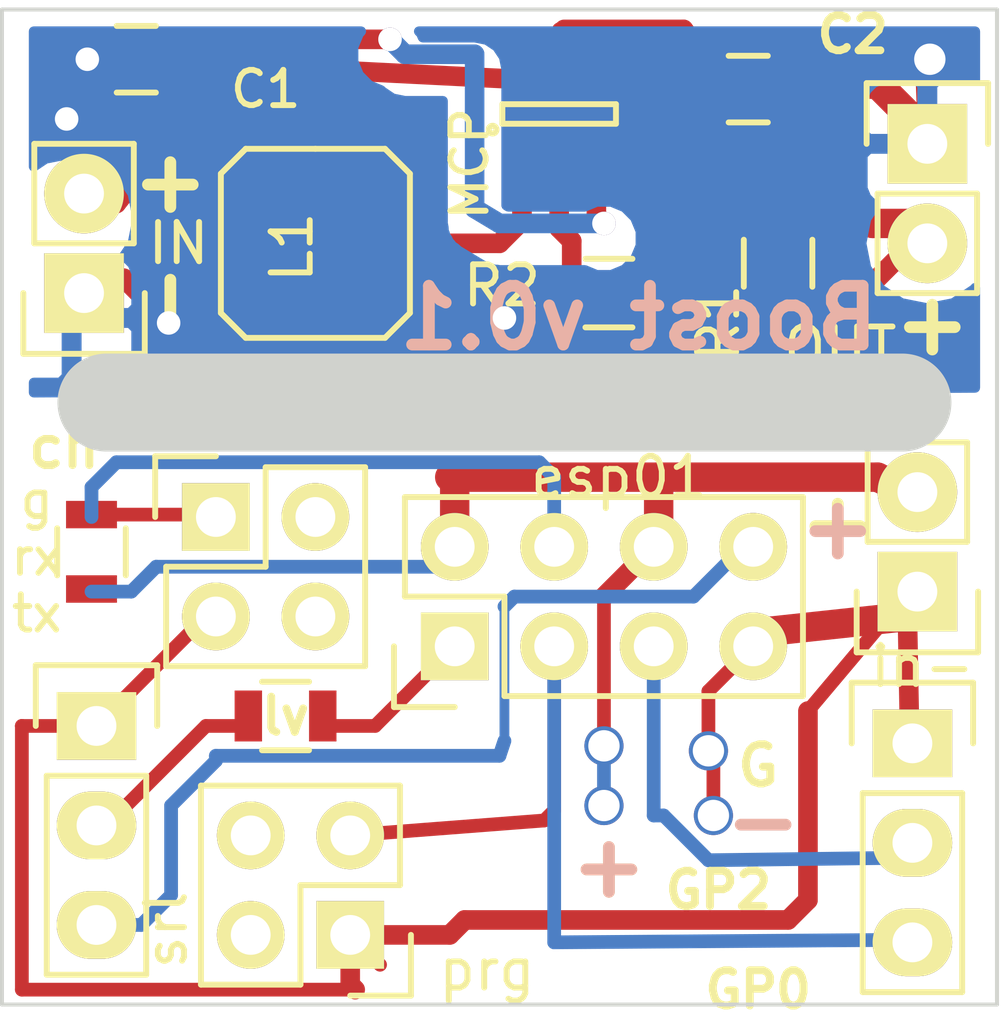
<source format=kicad_pcb>
(kicad_pcb (version 4) (host pcbnew "(after 2015-may-25 BZR unknown)-product")

  (general
    (links 15)
    (no_connects 0)
    (area 18.231713 15.725 59.619287 43.687501)
    (thickness 1.6)
    (drawings 19)
    (tracks 159)
    (zones 0)
    (modules 16)
    (nets 6)
  )

  (page A4 portrait)
  (layers
    (0 F.Cu signal)
    (31 B.Cu signal)
    (32 B.Adhes user)
    (33 F.Adhes user)
    (34 B.Paste user)
    (35 F.Paste user)
    (36 B.SilkS user)
    (37 F.SilkS user)
    (38 B.Mask user)
    (39 F.Mask user)
    (40 Dwgs.User user)
    (41 Cmts.User user)
    (42 Eco1.User user)
    (43 Eco2.User user)
    (44 Edge.Cuts user)
    (45 Margin user)
    (46 B.CrtYd user)
    (47 F.CrtYd user)
    (48 B.Fab user)
    (49 F.Fab user)
  )

  (setup
    (last_trace_width 0.75)
    (user_trace_width 0.25)
    (user_trace_width 0.35)
    (user_trace_width 0.5)
    (user_trace_width 0.75)
    (user_trace_width 1)
    (user_trace_width 1.5)
    (user_trace_width 2)
    (trace_clearance 0.2)
    (zone_clearance 0.508)
    (zone_45_only no)
    (trace_min 0.2)
    (segment_width 0.2)
    (edge_width 0.1)
    (via_size 1)
    (via_drill 0.8)
    (via_min_size 0.4)
    (via_min_drill 0.3)
    (user_via 0.4 0.2)
    (user_via 0.6 0.4)
    (user_via 0.8 0.6)
    (user_via 1 0.8)
    (user_via 1.2 1)
    (uvia_size 0.3)
    (uvia_drill 0.1)
    (uvias_allowed no)
    (uvia_min_size 0.2)
    (uvia_min_drill 0.1)
    (pcb_text_width 0.3)
    (pcb_text_size 1.5 1.5)
    (mod_edge_width 0.15)
    (mod_text_size 1 1)
    (mod_text_width 0.15)
    (pad_size 1.5 1.5)
    (pad_drill 0.6)
    (pad_to_mask_clearance 0)
    (aux_axis_origin 0 0)
    (grid_origin 22.86 43.18)
    (visible_elements 7FFFFF7F)
    (pcbplotparams
      (layerselection 0x010f0_80000001)
      (usegerberextensions false)
      (excludeedgelayer true)
      (linewidth 0.100000)
      (plotframeref false)
      (viasonmask false)
      (mode 1)
      (useauxorigin false)
      (hpglpennumber 1)
      (hpglpenspeed 20)
      (hpglpendiameter 15)
      (hpglpenoverlay 2)
      (psnegative false)
      (psa4output false)
      (plotreference true)
      (plotvalue true)
      (plotinvisibletext false)
      (padsonsilk false)
      (subtractmaskfromsilk false)
      (outputformat 1)
      (mirror false)
      (drillshape 0)
      (scaleselection 1)
      (outputdirectory C:/Users/Public/Documents/Altium/kicad/boost-1cell/plots/))
  )

  (net 0 "")
  (net 1 "Net-(C1-Pad1)")
  (net 2 "Net-(C2-Pad1)")
  (net 3 "Net-(L1-Pad2)")
  (net 4 "Net-(R1-Pad2)")
  (net 5 GND)

  (net_class Default "This is the default net class."
    (clearance 0.2)
    (trace_width 0.35)
    (via_dia 1)
    (via_drill 0.8)
    (uvia_dia 0.3)
    (uvia_drill 0.1)
    (add_net GND)
    (add_net "Net-(C1-Pad1)")
    (add_net "Net-(C2-Pad1)")
    (add_net "Net-(L1-Pad2)")
    (add_net "Net-(R1-Pad2)")
  )

  (net_class POWER ""
    (clearance 0.3)
    (trace_width 0.5)
    (via_dia 0.6)
    (via_drill 0.4)
    (uvia_dia 0.3)
    (uvia_drill 0.1)
  )

  (net_class "small power" ""
    (clearance 0.3)
    (trace_width 0.3)
    (via_dia 0.6)
    (via_drill 0.4)
    (uvia_dia 0.3)
    (uvia_drill 0.1)
  )

  (module Inductors:SELF-WE-TPC_M (layer F.Cu) (tedit 0) (tstamp 557DF1EB)
    (at 30.861 23.749)
    (descr "SELF WE-TPC/M")
    (path /55790A99)
    (attr smd)
    (fp_text reference L1 (at -0.59944 0.09906 90) (layer F.SilkS)
      (effects (font (size 1 1) (thickness 0.15)))
    )
    (fp_text value 10 (at 0.8001 0 90) (layer F.Fab)
      (effects (font (size 1 1) (thickness 0.15)))
    )
    (fp_line (start 0 -2.413) (end 1.778 -2.413) (layer F.SilkS) (width 0.15))
    (fp_line (start 1.778 -2.413) (end 2.413 -1.778) (layer F.SilkS) (width 0.15))
    (fp_line (start 2.413 -1.778) (end 2.413 1.778) (layer F.SilkS) (width 0.15))
    (fp_line (start 2.413 1.778) (end 1.778 2.413) (layer F.SilkS) (width 0.15))
    (fp_line (start 1.778 2.413) (end -1.778 2.413) (layer F.SilkS) (width 0.15))
    (fp_line (start -1.778 2.413) (end -2.413 1.778) (layer F.SilkS) (width 0.15))
    (fp_line (start -2.413 1.778) (end -2.413 -1.778) (layer F.SilkS) (width 0.15))
    (fp_line (start -2.413 -1.778) (end -1.778 -2.413) (layer F.SilkS) (width 0.15))
    (fp_line (start -1.778 -2.413) (end 0 -2.413) (layer F.SilkS) (width 0.15))
    (pad 1 smd rect (at -2.159 0) (size 1.50114 5.30098) (layers F.Cu F.Paste F.Mask)
      (net 1 "Net-(C1-Pad1)"))
    (pad 2 smd rect (at 2.159 0) (size 1.50114 5.30098) (layers F.Cu F.Paste F.Mask)
      (net 3 "Net-(L1-Pad2)"))
    (model Inductors.3dshapes/SELF-WE-TPC_M.wrl
      (at (xyz 0 0 0))
      (scale (xyz 0.4 0.4 0.1))
      (rotate (xyz 0 0 0))
    )
  )

  (module Capacitors_SMD:C_0805_HandSoldering (layer F.Cu) (tedit 557E3F8F) (tstamp 557DF1DF)
    (at 26.289 19.05 180)
    (descr "Capacitor SMD 0805, hand soldering")
    (tags "capacitor 0805")
    (path /55790ADC)
    (attr smd)
    (fp_text reference C1 (at -3.302 -0.762 180) (layer F.SilkS)
      (effects (font (size 0.9 0.9) (thickness 0.15)))
    )
    (fp_text value C (at 0 2.1 180) (layer F.Fab) hide
      (effects (font (size 1 1) (thickness 0.15)))
    )
    (fp_line (start -2.3 -1) (end 2.3 -1) (layer F.CrtYd) (width 0.05))
    (fp_line (start -2.3 1) (end 2.3 1) (layer F.CrtYd) (width 0.05))
    (fp_line (start -2.3 -1) (end -2.3 1) (layer F.CrtYd) (width 0.05))
    (fp_line (start 2.3 -1) (end 2.3 1) (layer F.CrtYd) (width 0.05))
    (fp_line (start 0.5 -0.85) (end -0.5 -0.85) (layer F.SilkS) (width 0.15))
    (fp_line (start -0.5 0.85) (end 0.5 0.85) (layer F.SilkS) (width 0.15))
    (pad 1 smd rect (at -1.25 0 180) (size 1.5 1.25) (layers F.Cu F.Paste F.Mask)
      (net 1 "Net-(C1-Pad1)"))
    (pad 2 smd rect (at 1.25 0 180) (size 1.5 1.25) (layers F.Cu F.Paste F.Mask)
      (net 5 GND))
    (model Capacitors_SMD.3dshapes/C_0805_HandSoldering.wrl
      (at (xyz 0 0 0))
      (scale (xyz 1 1 1))
      (rotate (xyz 0 0 0))
    )
  )

  (module Capacitors_SMD:C_0805_HandSoldering (layer F.Cu) (tedit 5580E844) (tstamp 557DF1E5)
    (at 41.91 19.812)
    (descr "Capacitor SMD 0805, hand soldering")
    (tags "capacitor 0805")
    (path /55790B60)
    (attr smd)
    (fp_text reference C2 (at 2.667 -1.397) (layer F.SilkS)
      (effects (font (size 0.9 0.9) (thickness 0.2)))
    )
    (fp_text value C (at 2.286 1.651) (layer F.Fab) hide
      (effects (font (size 1 1) (thickness 0.15)))
    )
    (fp_line (start -2.3 -1) (end 2.3 -1) (layer F.CrtYd) (width 0.05))
    (fp_line (start -2.3 1) (end 2.3 1) (layer F.CrtYd) (width 0.05))
    (fp_line (start -2.3 -1) (end -2.3 1) (layer F.CrtYd) (width 0.05))
    (fp_line (start 2.3 -1) (end 2.3 1) (layer F.CrtYd) (width 0.05))
    (fp_line (start 0.5 -0.85) (end -0.5 -0.85) (layer F.SilkS) (width 0.15))
    (fp_line (start -0.5 0.85) (end 0.5 0.85) (layer F.SilkS) (width 0.15))
    (pad 1 smd rect (at -1.25 0) (size 1.5 1.25) (layers F.Cu F.Paste F.Mask)
      (net 2 "Net-(C2-Pad1)"))
    (pad 2 smd rect (at 1.25 0) (size 1.5 1.25) (layers F.Cu F.Paste F.Mask)
      (net 5 GND))
    (model Capacitors_SMD.3dshapes/C_0805_HandSoldering.wrl
      (at (xyz 0 0 0))
      (scale (xyz 1 1 1))
      (rotate (xyz 0 0 0))
    )
  )

  (module Pin_Headers:Pin_Header_Straight_1x02 placed (layer F.Cu) (tedit 557E3FF7) (tstamp 557DF1F1)
    (at 24.9555 25.019 180)
    (descr "Through hole pin header")
    (tags "pin header")
    (path /5579087E)
    (fp_text reference P1 (at 2.794 1.397 180) (layer F.SilkS) hide
      (effects (font (size 1 1) (thickness 0.15)))
    )
    (fp_text value IN (at -2.413 1.27 180) (layer F.SilkS)
      (effects (font (size 1 1) (thickness 0.15)))
    )
    (fp_line (start 1.27 1.27) (end 1.27 3.81) (layer F.SilkS) (width 0.15))
    (fp_line (start 1.55 -1.55) (end 1.55 0) (layer F.SilkS) (width 0.15))
    (fp_line (start -1.75 -1.75) (end -1.75 4.3) (layer F.CrtYd) (width 0.05))
    (fp_line (start 1.75 -1.75) (end 1.75 4.3) (layer F.CrtYd) (width 0.05))
    (fp_line (start -1.75 -1.75) (end 1.75 -1.75) (layer F.CrtYd) (width 0.05))
    (fp_line (start -1.75 4.3) (end 1.75 4.3) (layer F.CrtYd) (width 0.05))
    (fp_line (start 1.27 1.27) (end -1.27 1.27) (layer F.SilkS) (width 0.15))
    (fp_line (start -1.55 0) (end -1.55 -1.55) (layer F.SilkS) (width 0.15))
    (fp_line (start -1.55 -1.55) (end 1.55 -1.55) (layer F.SilkS) (width 0.15))
    (fp_line (start -1.27 1.27) (end -1.27 3.81) (layer F.SilkS) (width 0.15))
    (fp_line (start -1.27 3.81) (end 1.27 3.81) (layer F.SilkS) (width 0.15))
    (pad 1 thru_hole rect (at 0 0 180) (size 2.032 2.032) (drill 1.016) (layers *.Cu *.Mask F.SilkS)
      (net 5 GND))
    (pad 2 thru_hole oval (at 0 2.54 180) (size 2.032 2.032) (drill 1.016) (layers *.Cu *.Mask F.SilkS)
      (net 1 "Net-(C1-Pad1)"))
    (model Pin_Headers.3dshapes/Pin_Header_Straight_1x02.wrl
      (at (xyz 0 -0.05 0))
      (scale (xyz 1 1 1))
      (rotate (xyz 0 0 90))
    )
  )

  (module Pin_Headers:Pin_Header_Straight_1x02 (layer F.Cu) (tedit 5580EF19) (tstamp 557DF1F7)
    (at 46.482 21.209)
    (descr "Through hole pin header")
    (tags "pin header")
    (path /5579090F)
    (fp_text reference P2 (at 3.175 1.27) (layer F.SilkS) hide
      (effects (font (size 1 1) (thickness 0.15)))
    )
    (fp_text value OUT (at -2.2225 5.207) (layer F.SilkS)
      (effects (font (size 1 1) (thickness 0.15)))
    )
    (fp_line (start 1.27 1.27) (end 1.27 3.81) (layer F.SilkS) (width 0.15))
    (fp_line (start 1.55 -1.55) (end 1.55 0) (layer F.SilkS) (width 0.15))
    (fp_line (start -1.75 -1.75) (end -1.75 4.3) (layer F.CrtYd) (width 0.05))
    (fp_line (start 1.75 -1.75) (end 1.75 4.3) (layer F.CrtYd) (width 0.05))
    (fp_line (start -1.75 -1.75) (end 1.75 -1.75) (layer F.CrtYd) (width 0.05))
    (fp_line (start -1.75 4.3) (end 1.75 4.3) (layer F.CrtYd) (width 0.05))
    (fp_line (start 1.27 1.27) (end -1.27 1.27) (layer F.SilkS) (width 0.15))
    (fp_line (start -1.55 0) (end -1.55 -1.55) (layer F.SilkS) (width 0.15))
    (fp_line (start -1.55 -1.55) (end 1.55 -1.55) (layer F.SilkS) (width 0.15))
    (fp_line (start -1.27 1.27) (end -1.27 3.81) (layer F.SilkS) (width 0.15))
    (fp_line (start -1.27 3.81) (end 1.27 3.81) (layer F.SilkS) (width 0.15))
    (pad 1 thru_hole rect (at 0 0) (size 2.032 2.032) (drill 1.016) (layers *.Cu *.Mask F.SilkS)
      (net 5 GND))
    (pad 2 thru_hole oval (at 0 2.54) (size 2.032 2.032) (drill 1.016) (layers *.Cu *.Mask F.SilkS)
      (net 2 "Net-(C2-Pad1)"))
    (model Pin_Headers.3dshapes/Pin_Header_Straight_1x02.wrl
      (at (xyz 0 -0.05 0))
      (scale (xyz 1 1 1))
      (rotate (xyz 0 0 90))
    )
  )

  (module Resistors_SMD:R_0805 (layer F.Cu) (tedit 557E338A) (tstamp 557DF1FD)
    (at 42.672 24.257 90)
    (descr "Resistor SMD 0805, reflow soldering, Vishay (see dcrcw.pdf)")
    (tags "resistor 0805")
    (path /55790BAD)
    (attr smd)
    (fp_text reference R1 (at -1.524 -1.524 90) (layer F.SilkS)
      (effects (font (size 1 1) (thickness 0.15)))
    )
    (fp_text value R (at 0 2.1 90) (layer F.Fab)
      (effects (font (size 1 1) (thickness 0.15)))
    )
    (fp_line (start -1.6 -1) (end 1.6 -1) (layer F.CrtYd) (width 0.05))
    (fp_line (start -1.6 1) (end 1.6 1) (layer F.CrtYd) (width 0.05))
    (fp_line (start -1.6 -1) (end -1.6 1) (layer F.CrtYd) (width 0.05))
    (fp_line (start 1.6 -1) (end 1.6 1) (layer F.CrtYd) (width 0.05))
    (fp_line (start 0.6 0.875) (end -0.6 0.875) (layer F.SilkS) (width 0.15))
    (fp_line (start -0.6 -0.875) (end 0.6 -0.875) (layer F.SilkS) (width 0.15))
    (pad 1 smd rect (at -0.95 0 90) (size 0.7 1.3) (layers F.Cu F.Paste F.Mask)
      (net 2 "Net-(C2-Pad1)"))
    (pad 2 smd rect (at 0.95 0 90) (size 0.7 1.3) (layers F.Cu F.Paste F.Mask)
      (net 4 "Net-(R1-Pad2)"))
    (model Resistors_SMD.3dshapes/R_0805.wrl
      (at (xyz 0 0 0))
      (scale (xyz 1 1 1))
      (rotate (xyz 0 0 0))
    )
  )

  (module Resistors_SMD:R_0805 (layer F.Cu) (tedit 5580EF2A) (tstamp 557DF203)
    (at 38.354 25.019 180)
    (descr "Resistor SMD 0805, reflow soldering, Vishay (see dcrcw.pdf)")
    (tags "resistor 0805")
    (path /55790BCA)
    (attr smd)
    (fp_text reference R2 (at 2.7305 0.1905 360) (layer F.SilkS)
      (effects (font (size 1 1) (thickness 0.15)))
    )
    (fp_text value R (at 0 2.1 180) (layer F.Fab) hide
      (effects (font (size 1 1) (thickness 0.15)))
    )
    (fp_line (start -1.6 -1) (end 1.6 -1) (layer F.CrtYd) (width 0.05))
    (fp_line (start -1.6 1) (end 1.6 1) (layer F.CrtYd) (width 0.05))
    (fp_line (start -1.6 -1) (end -1.6 1) (layer F.CrtYd) (width 0.05))
    (fp_line (start 1.6 -1) (end 1.6 1) (layer F.CrtYd) (width 0.05))
    (fp_line (start 0.6 0.875) (end -0.6 0.875) (layer F.SilkS) (width 0.15))
    (fp_line (start -0.6 -0.875) (end 0.6 -0.875) (layer F.SilkS) (width 0.15))
    (pad 1 smd rect (at -0.95 0 180) (size 0.7 1.3) (layers F.Cu F.Paste F.Mask)
      (net 4 "Net-(R1-Pad2)"))
    (pad 2 smd rect (at 0.95 0 180) (size 0.7 1.3) (layers F.Cu F.Paste F.Mask)
      (net 5 GND))
    (model Resistors_SMD.3dshapes/R_0805.wrl
      (at (xyz 0 0 0))
      (scale (xyz 1 1 1))
      (rotate (xyz 0 0 0))
    )
  )

  (module Housings_SOT-23_SOT-143_TSOT-6:SOT-23-6 (layer F.Cu) (tedit 557E404D) (tstamp 557DF20D)
    (at 37.084 20.447 90)
    (descr "6-pin SOT-23 package")
    (tags SOT-23-6)
    (path /557907BE)
    (attr smd)
    (fp_text reference MCP (at -1.27 -2.286 90) (layer F.SilkS)
      (effects (font (size 0.9 0.9) (thickness 0.15)))
    )
    (fp_text value MCP (at -1.778 3.175 90) (layer F.Fab)
      (effects (font (size 0.9 0.9) (thickness 0.15)))
    )
    (fp_circle (center -0.4 -1.7) (end -0.3 -1.7) (layer F.SilkS) (width 0.15))
    (fp_line (start 0.25 -1.45) (end -0.25 -1.45) (layer F.SilkS) (width 0.15))
    (fp_line (start 0.25 1.45) (end 0.25 -1.45) (layer F.SilkS) (width 0.15))
    (fp_line (start -0.25 1.45) (end 0.25 1.45) (layer F.SilkS) (width 0.15))
    (fp_line (start -0.25 -1.45) (end -0.25 1.45) (layer F.SilkS) (width 0.15))
    (pad 1 smd rect (at -1.1 -0.95 90) (size 1.06 0.65) (layers F.Cu F.Paste F.Mask)
      (net 3 "Net-(L1-Pad2)"))
    (pad 2 smd rect (at -1.1 0 90) (size 1.06 0.65) (layers F.Cu F.Paste F.Mask)
      (net 5 GND))
    (pad 3 smd rect (at -1.1 0.95 90) (size 1.06 0.65) (layers F.Cu F.Paste F.Mask)
      (net 1 "Net-(C1-Pad1)"))
    (pad 4 smd rect (at 1.1 0.95 90) (size 1.06 0.65) (layers F.Cu F.Paste F.Mask)
      (net 4 "Net-(R1-Pad2)"))
    (pad 6 smd rect (at 1.1 -0.95 90) (size 1.06 0.65) (layers F.Cu F.Paste F.Mask)
      (net 1 "Net-(C1-Pad1)"))
    (pad 5 smd rect (at 1.1 0 90) (size 1.06 0.65) (layers F.Cu F.Paste F.Mask)
      (net 2 "Net-(C2-Pad1)"))
    (model Housings_SOT-23_SOT-143_TSOT-6.3dshapes/SOT-23-6.wrl
      (at (xyz 0 0 0))
      (scale (xyz 1 1 1))
      (rotate (xyz 0 0 0))
    )
  )

  (module Pin_Headers:Pin_Header_Straight_2x04 (layer F.Cu) (tedit 557E49FA) (tstamp 557E49D2)
    (at 34.417 34.036 90)
    (descr "Through hole pin header")
    (tags "pin header")
    (fp_text reference esp01 (at 4.318 4.191 180) (layer F.SilkS)
      (effects (font (size 1 1) (thickness 0.15)))
    )
    (fp_text value Pin_Header_Straight_2x04 (at 1.016 15.113 90) (layer F.Fab) hide
      (effects (font (size 1 1) (thickness 0.15)))
    )
    (fp_line (start -1.75 -1.75) (end -1.75 9.4) (layer F.CrtYd) (width 0.05))
    (fp_line (start 4.3 -1.75) (end 4.3 9.4) (layer F.CrtYd) (width 0.05))
    (fp_line (start -1.75 -1.75) (end 4.3 -1.75) (layer F.CrtYd) (width 0.05))
    (fp_line (start -1.75 9.4) (end 4.3 9.4) (layer F.CrtYd) (width 0.05))
    (fp_line (start -1.27 1.27) (end -1.27 8.89) (layer F.SilkS) (width 0.15))
    (fp_line (start -1.27 8.89) (end 3.81 8.89) (layer F.SilkS) (width 0.15))
    (fp_line (start 3.81 8.89) (end 3.81 -1.27) (layer F.SilkS) (width 0.15))
    (fp_line (start 3.81 -1.27) (end 1.27 -1.27) (layer F.SilkS) (width 0.15))
    (fp_line (start 0 -1.55) (end -1.55 -1.55) (layer F.SilkS) (width 0.15))
    (fp_line (start 1.27 -1.27) (end 1.27 1.27) (layer F.SilkS) (width 0.15))
    (fp_line (start 1.27 1.27) (end -1.27 1.27) (layer F.SilkS) (width 0.15))
    (fp_line (start -1.55 -1.55) (end -1.55 0) (layer F.SilkS) (width 0.15))
    (pad 1 thru_hole rect (at 0 0 90) (size 1.7272 1.7272) (drill 1.016) (layers *.Cu *.Mask F.SilkS))
    (pad 2 thru_hole oval (at 2.54 0 90) (size 1.7272 1.7272) (drill 1.016) (layers *.Cu *.Mask F.SilkS))
    (pad 3 thru_hole oval (at 0 2.54 90) (size 1.7272 1.7272) (drill 1.016) (layers *.Cu *.Mask F.SilkS))
    (pad 4 thru_hole oval (at 2.54 2.54 90) (size 1.7272 1.7272) (drill 1.016) (layers *.Cu *.Mask F.SilkS))
    (pad 5 thru_hole oval (at 0 5.08 90) (size 1.7272 1.7272) (drill 1.016) (layers *.Cu *.Mask F.SilkS))
    (pad 6 thru_hole oval (at 2.54 5.08 90) (size 1.7272 1.7272) (drill 1.016) (layers *.Cu *.Mask F.SilkS))
    (pad 7 thru_hole oval (at 0 7.62 90) (size 1.7272 1.7272) (drill 1.016) (layers *.Cu *.Mask F.SilkS))
    (pad 8 thru_hole oval (at 2.54 7.62 90) (size 1.7272 1.7272) (drill 1.016) (layers *.Cu *.Mask F.SilkS))
    (model Pin_Headers.3dshapes/Pin_Header_Straight_2x04.wrl
      (at (xyz 0.05 -0.15 0))
      (scale (xyz 1 1 1))
      (rotate (xyz 0 0 90))
    )
  )

  (module Pin_Headers:Pin_Header_Straight_2x02 (layer F.Cu) (tedit 5580EEC0) (tstamp 557E4AFB)
    (at 31.75 41.402 180)
    (descr "Through hole pin header")
    (tags "pin header")
    (fp_text reference prg (at -3.4925 -0.889 180) (layer F.SilkS)
      (effects (font (size 1 1) (thickness 0.15)))
    )
    (fp_text value but1 (at -10.795 1.397 180) (layer F.Fab) hide
      (effects (font (size 1 1) (thickness 0.15)))
    )
    (fp_line (start -1.75 -1.75) (end -1.75 4.3) (layer F.CrtYd) (width 0.05))
    (fp_line (start 4.3 -1.75) (end 4.3 4.3) (layer F.CrtYd) (width 0.05))
    (fp_line (start -1.75 -1.75) (end 4.3 -1.75) (layer F.CrtYd) (width 0.05))
    (fp_line (start -1.75 4.3) (end 4.3 4.3) (layer F.CrtYd) (width 0.05))
    (fp_line (start -1.55 0) (end -1.55 -1.55) (layer F.SilkS) (width 0.15))
    (fp_line (start 0 -1.55) (end -1.55 -1.55) (layer F.SilkS) (width 0.15))
    (fp_line (start -1.27 1.27) (end 1.27 1.27) (layer F.SilkS) (width 0.15))
    (fp_line (start 1.27 1.27) (end 1.27 -1.27) (layer F.SilkS) (width 0.15))
    (fp_line (start 1.27 -1.27) (end 3.81 -1.27) (layer F.SilkS) (width 0.15))
    (fp_line (start 3.81 -1.27) (end 3.81 3.81) (layer F.SilkS) (width 0.15))
    (fp_line (start 3.81 3.81) (end -1.27 3.81) (layer F.SilkS) (width 0.15))
    (fp_line (start -1.27 3.81) (end -1.27 1.27) (layer F.SilkS) (width 0.15))
    (pad 1 thru_hole rect (at 0 0 180) (size 1.7272 1.7272) (drill 1.016) (layers *.Cu *.Mask F.SilkS))
    (pad 2 thru_hole oval (at 2.54 0 180) (size 1.7272 1.7272) (drill 1.016) (layers *.Cu *.Mask F.SilkS))
    (pad 3 thru_hole oval (at 0 2.54 180) (size 1.7272 1.7272) (drill 1.016) (layers *.Cu *.Mask F.SilkS))
    (pad 4 thru_hole oval (at 2.54 2.54 180) (size 1.7272 1.7272) (drill 1.016) (layers *.Cu *.Mask F.SilkS))
    (model Pin_Headers.3dshapes/Pin_Header_Straight_2x02.wrl
      (at (xyz 0.05 -0.05 0))
      (scale (xyz 1 1 1))
      (rotate (xyz 0 0 90))
    )
  )

  (module Pin_Headers:Pin_Header_Straight_1x02 (layer F.Cu) (tedit 5580E552) (tstamp 557E4BBB)
    (at 46.228 32.639 180)
    (descr "Through hole pin header")
    (tags "pin header")
    (fp_text reference in- (at -0.127 -1.905 180) (layer F.SilkS)
      (effects (font (size 1 1) (thickness 0.15)))
    )
    (fp_text value in (at -5.969 -2.54 180) (layer F.Fab) hide
      (effects (font (size 1 1) (thickness 0.15)))
    )
    (fp_line (start 1.27 1.27) (end 1.27 3.81) (layer F.SilkS) (width 0.15))
    (fp_line (start 1.55 -1.55) (end 1.55 0) (layer F.SilkS) (width 0.15))
    (fp_line (start -1.75 -1.75) (end -1.75 4.3) (layer F.CrtYd) (width 0.05))
    (fp_line (start 1.75 -1.75) (end 1.75 4.3) (layer F.CrtYd) (width 0.05))
    (fp_line (start -1.75 -1.75) (end 1.75 -1.75) (layer F.CrtYd) (width 0.05))
    (fp_line (start -1.75 4.3) (end 1.75 4.3) (layer F.CrtYd) (width 0.05))
    (fp_line (start 1.27 1.27) (end -1.27 1.27) (layer F.SilkS) (width 0.15))
    (fp_line (start -1.55 0) (end -1.55 -1.55) (layer F.SilkS) (width 0.15))
    (fp_line (start -1.55 -1.55) (end 1.55 -1.55) (layer F.SilkS) (width 0.15))
    (fp_line (start -1.27 1.27) (end -1.27 3.81) (layer F.SilkS) (width 0.15))
    (fp_line (start -1.27 3.81) (end 1.27 3.81) (layer F.SilkS) (width 0.15))
    (pad 1 thru_hole rect (at 0 0 180) (size 2.032 2.032) (drill 1.016) (layers *.Cu *.Mask F.SilkS))
    (pad 2 thru_hole oval (at 0 2.54 180) (size 2.032 2.032) (drill 1.016) (layers *.Cu *.Mask F.SilkS))
    (model Pin_Headers.3dshapes/Pin_Header_Straight_1x02.wrl
      (at (xyz 0 -0.05 0))
      (scale (xyz 1 1 1))
      (rotate (xyz 0 0 90))
    )
  )

  (module Pin_Headers:Pin_Header_Straight_1x03 (layer F.Cu) (tedit 5580E59A) (tstamp 557E4D04)
    (at 25.273 36.068)
    (descr "Through hole pin header")
    (tags "pin header")
    (fp_text reference srl (at 1.778 5.207 90) (layer F.SilkS)
      (effects (font (size 1 1) (thickness 0.15)))
    )
    (fp_text value srl (at 0 -3.1) (layer F.Fab) hide
      (effects (font (size 1 1) (thickness 0.15)))
    )
    (fp_line (start -1.75 -1.75) (end -1.75 6.85) (layer F.CrtYd) (width 0.05))
    (fp_line (start 1.75 -1.75) (end 1.75 6.85) (layer F.CrtYd) (width 0.05))
    (fp_line (start -1.75 -1.75) (end 1.75 -1.75) (layer F.CrtYd) (width 0.05))
    (fp_line (start -1.75 6.85) (end 1.75 6.85) (layer F.CrtYd) (width 0.05))
    (fp_line (start -1.27 1.27) (end -1.27 6.35) (layer F.SilkS) (width 0.15))
    (fp_line (start -1.27 6.35) (end 1.27 6.35) (layer F.SilkS) (width 0.15))
    (fp_line (start 1.27 6.35) (end 1.27 1.27) (layer F.SilkS) (width 0.15))
    (fp_line (start 1.55 -1.55) (end 1.55 0) (layer F.SilkS) (width 0.15))
    (fp_line (start 1.27 1.27) (end -1.27 1.27) (layer F.SilkS) (width 0.15))
    (fp_line (start -1.55 0) (end -1.55 -1.55) (layer F.SilkS) (width 0.15))
    (fp_line (start -1.55 -1.55) (end 1.55 -1.55) (layer F.SilkS) (width 0.15))
    (pad 1 thru_hole rect (at 0 0) (size 2.032 1.7272) (drill 1.016) (layers *.Cu *.Mask F.SilkS))
    (pad 2 thru_hole oval (at 0 2.54) (size 2.032 1.7272) (drill 1.016) (layers *.Cu *.Mask F.SilkS))
    (pad 3 thru_hole oval (at 0 5.08) (size 2.032 1.7272) (drill 1.016) (layers *.Cu *.Mask F.SilkS))
    (model Pin_Headers.3dshapes/Pin_Header_Straight_1x03.wrl
      (at (xyz 0 -0.1 0))
      (scale (xyz 1 1 1))
      (rotate (xyz 0 0 90))
    )
  )

  (module Pin_Headers:Pin_Header_Straight_1x03 (layer F.Cu) (tedit 557E56FC) (tstamp 557E5059)
    (at 46.101 36.5125)
    (descr "Through hole pin header")
    (tags "pin header")
    (fp_text reference REF** (at 0 -5.1) (layer F.SilkS) hide
      (effects (font (size 1 1) (thickness 0.15)))
    )
    (fp_text value Pin_Header_Straight_1x03 (at 0 -3.1) (layer F.Fab) hide
      (effects (font (size 1 1) (thickness 0.15)))
    )
    (fp_line (start -1.75 -1.75) (end -1.75 6.85) (layer F.CrtYd) (width 0.05))
    (fp_line (start 1.75 -1.75) (end 1.75 6.85) (layer F.CrtYd) (width 0.05))
    (fp_line (start -1.75 -1.75) (end 1.75 -1.75) (layer F.CrtYd) (width 0.05))
    (fp_line (start -1.75 6.85) (end 1.75 6.85) (layer F.CrtYd) (width 0.05))
    (fp_line (start -1.27 1.27) (end -1.27 6.35) (layer F.SilkS) (width 0.15))
    (fp_line (start -1.27 6.35) (end 1.27 6.35) (layer F.SilkS) (width 0.15))
    (fp_line (start 1.27 6.35) (end 1.27 1.27) (layer F.SilkS) (width 0.15))
    (fp_line (start 1.55 -1.55) (end 1.55 0) (layer F.SilkS) (width 0.15))
    (fp_line (start 1.27 1.27) (end -1.27 1.27) (layer F.SilkS) (width 0.15))
    (fp_line (start -1.55 0) (end -1.55 -1.55) (layer F.SilkS) (width 0.15))
    (fp_line (start -1.55 -1.55) (end 1.55 -1.55) (layer F.SilkS) (width 0.15))
    (pad 1 thru_hole rect (at 0 0) (size 2.032 1.7272) (drill 1.016) (layers *.Cu *.Mask F.SilkS))
    (pad 2 thru_hole oval (at 0 2.54) (size 2.032 1.7272) (drill 1.016) (layers *.Cu *.Mask F.SilkS))
    (pad 3 thru_hole oval (at 0 5.08) (size 2.032 1.7272) (drill 1.016) (layers *.Cu *.Mask F.SilkS))
    (model Pin_Headers.3dshapes/Pin_Header_Straight_1x03.wrl
      (at (xyz 0 -0.1 0))
      (scale (xyz 1 1 1))
      (rotate (xyz 0 0 90))
    )
  )

  (module Pin_Headers:Pin_Header_Straight_2x02 (layer F.Cu) (tedit 5580E3CF) (tstamp 557E5539)
    (at 28.321 30.734)
    (descr "Through hole pin header")
    (tags "pin header")
    (fp_text reference REF** (at 0 -5.1) (layer F.SilkS) hide
      (effects (font (size 1 1) (thickness 0.15)))
    )
    (fp_text value Pin_Header_Straight_2x02 (at 0 -3.1) (layer F.Fab) hide
      (effects (font (size 1 1) (thickness 0.15)))
    )
    (fp_line (start -1.75 -1.75) (end -1.75 4.3) (layer F.CrtYd) (width 0.05))
    (fp_line (start 4.3 -1.75) (end 4.3 4.3) (layer F.CrtYd) (width 0.05))
    (fp_line (start -1.75 -1.75) (end 4.3 -1.75) (layer F.CrtYd) (width 0.05))
    (fp_line (start -1.75 4.3) (end 4.3 4.3) (layer F.CrtYd) (width 0.05))
    (fp_line (start -1.55 0) (end -1.55 -1.55) (layer F.SilkS) (width 0.15))
    (fp_line (start 0 -1.55) (end -1.55 -1.55) (layer F.SilkS) (width 0.15))
    (fp_line (start -1.27 1.27) (end 1.27 1.27) (layer F.SilkS) (width 0.15))
    (fp_line (start 1.27 1.27) (end 1.27 -1.27) (layer F.SilkS) (width 0.15))
    (fp_line (start 1.27 -1.27) (end 3.81 -1.27) (layer F.SilkS) (width 0.15))
    (fp_line (start 3.81 -1.27) (end 3.81 3.81) (layer F.SilkS) (width 0.15))
    (fp_line (start 3.81 3.81) (end -1.27 3.81) (layer F.SilkS) (width 0.15))
    (fp_line (start -1.27 3.81) (end -1.27 1.27) (layer F.SilkS) (width 0.15))
    (pad 1 thru_hole rect (at 0 0) (size 1.7272 1.7272) (drill 1.016) (layers *.Cu *.Mask F.SilkS))
    (pad 2 thru_hole oval (at 2.54 0) (size 1.7272 1.7272) (drill 1.016) (layers *.Cu *.Mask F.SilkS))
    (pad 3 thru_hole oval (at 0 2.54) (size 1.7272 1.7272) (drill 1.016) (layers *.Cu *.Mask F.SilkS))
    (pad 4 thru_hole oval (at 2.54 2.54) (size 1.7272 1.7272) (drill 1.016) (layers *.Cu *.Mask F.SilkS))
    (model Pin_Headers.3dshapes/Pin_Header_Straight_2x02.wrl
      (at (xyz 0.05 -0.05 0))
      (scale (xyz 1 1 1))
      (rotate (xyz 0 0 90))
    )
  )

  (module Resistors_SMD:R_0805 (layer F.Cu) (tedit 557E563D) (tstamp 557E55B7)
    (at 25.146 31.623 90)
    (descr "Resistor SMD 0805, reflow soldering, Vishay (see dcrcw.pdf)")
    (tags "resistor 0805")
    (attr smd)
    (fp_text reference REF** (at 0 -2.1 90) (layer F.SilkS) hide
      (effects (font (size 1 1) (thickness 0.15)))
    )
    (fp_text value R_0805 (at 0 2.1 90) (layer F.Fab) hide
      (effects (font (size 1 1) (thickness 0.15)))
    )
    (fp_line (start -1.6 -1) (end 1.6 -1) (layer F.CrtYd) (width 0.05))
    (fp_line (start -1.6 1) (end 1.6 1) (layer F.CrtYd) (width 0.05))
    (fp_line (start -1.6 -1) (end -1.6 1) (layer F.CrtYd) (width 0.05))
    (fp_line (start 1.6 -1) (end 1.6 1) (layer F.CrtYd) (width 0.05))
    (fp_line (start 0.6 0.875) (end -0.6 0.875) (layer F.SilkS) (width 0.15))
    (fp_line (start -0.6 -0.875) (end 0.6 -0.875) (layer F.SilkS) (width 0.15))
    (pad 1 smd rect (at -0.95 0 90) (size 0.7 1.3) (layers F.Cu F.Paste F.Mask))
    (pad 2 smd rect (at 0.95 0 90) (size 0.7 1.3) (layers F.Cu F.Paste F.Mask))
    (model Resistors_SMD.3dshapes/R_0805.wrl
      (at (xyz 0 0 0))
      (scale (xyz 1 1 1))
      (rotate (xyz 0 0 0))
    )
  )

  (module Resistors_SMD:R_0805 (layer F.Cu) (tedit 557E56B3) (tstamp 557E569C)
    (at 30.099 35.814)
    (descr "Resistor SMD 0805, reflow soldering, Vishay (see dcrcw.pdf)")
    (tags "resistor 0805")
    (attr smd)
    (fp_text reference REF** (at 0 -2.1) (layer F.SilkS) hide
      (effects (font (size 1 1) (thickness 0.15)))
    )
    (fp_text value R_0805 (at 0 2.1) (layer F.Fab) hide
      (effects (font (size 1 1) (thickness 0.15)))
    )
    (fp_line (start -1.6 -1) (end 1.6 -1) (layer F.CrtYd) (width 0.05))
    (fp_line (start -1.6 1) (end 1.6 1) (layer F.CrtYd) (width 0.05))
    (fp_line (start -1.6 -1) (end -1.6 1) (layer F.CrtYd) (width 0.05))
    (fp_line (start 1.6 -1) (end 1.6 1) (layer F.CrtYd) (width 0.05))
    (fp_line (start 0.6 0.875) (end -0.6 0.875) (layer F.SilkS) (width 0.15))
    (fp_line (start -0.6 -0.875) (end 0.6 -0.875) (layer F.SilkS) (width 0.15))
    (pad 1 smd rect (at -0.95 0) (size 0.7 1.3) (layers F.Cu F.Paste F.Mask))
    (pad 2 smd rect (at 0.95 0) (size 0.7 1.3) (layers F.Cu F.Paste F.Mask))
    (model Resistors_SMD.3dshapes/R_0805.wrl
      (at (xyz 0 0 0))
      (scale (xyz 1 1 1))
      (rotate (xyz 0 0 0))
    )
  )

  (gr_text "Boost v0.1" (at 39.116 25.654) (layer B.SilkS)
    (effects (font (size 1.5 1.5) (thickness 0.3)) (justify mirror))
  )
  (gr_text lv (at 30.099 35.814) (layer F.SilkS)
    (effects (font (size 0.9 0.9) (thickness 0.2)))
  )
  (gr_text ch (at 24.4475 28.956) (layer F.SilkS)
    (effects (font (size 1 1) (thickness 0.2)))
  )
  (gr_text + (at 44.196 30.988) (layer B.SilkS)
    (effects (font (size 1.5 1.5) (thickness 0.3)) (justify mirror))
  )
  (gr_text - (at 42.291 38.481) (layer B.SilkS)
    (effects (font (size 1.5 1.5) (thickness 0.3)) (justify mirror))
  )
  (gr_text + (at 38.354 39.624) (layer B.SilkS)
    (effects (font (size 1.5 1.5) (thickness 0.3)) (justify mirror))
  )
  (gr_text + (at 38.354 39.624) (layer F.SilkS)
    (effects (font (size 1.5 1.5) (thickness 0.3)))
  )
  (gr_text + (at 44.196 30.861) (layer F.SilkS)
    (effects (font (size 1.5 1.5) (thickness 0.3)))
  )
  (gr_text G (at 42.164 37.084) (layer F.SilkS)
    (effects (font (size 1 1) (thickness 0.2)))
  )
  (gr_text GP0 (at 42.164 42.799) (layer F.SilkS)
    (effects (font (size 0.9 0.9) (thickness 0.2)))
  )
  (gr_text "GP2\n" (at 41.148 40.259) (layer F.SilkS)
    (effects (font (size 0.9 0.9) (thickness 0.2)))
  )
  (gr_text "g\nrx\ntx" (at 23.749 31.75) (layer F.SilkS)
    (effects (font (size 0.9 0.9) (thickness 0.15)))
  )
  (gr_text + (at 46.609 25.781) (layer F.SilkS)
    (effects (font (size 1.5 1.5) (thickness 0.3)))
  )
  (gr_text "- +" (at 27.051 23.749 90) (layer F.SilkS)
    (effects (font (size 1.5 1.5) (thickness 0.3)))
  )
  (gr_line (start 25.527 27.813) (end 45.847 27.813) (angle 90) (layer Edge.Cuts) (width 2.5))
  (gr_line (start 22.86 43.18) (end 22.86 17.78) (angle 90) (layer Edge.Cuts) (width 0.1))
  (gr_line (start 48.26 43.18) (end 22.86 43.18) (angle 90) (layer Edge.Cuts) (width 0.1))
  (gr_line (start 48.26 17.78) (end 48.26 43.18) (angle 90) (layer Edge.Cuts) (width 0.1))
  (gr_line (start 22.86 17.78) (end 48.26 17.78) (angle 90) (layer Edge.Cuts) (width 0.1))

  (segment (start 39.497 31.496) (end 38.227 32.766) (width 0.5) (layer F.Cu) (net 0))
  (via (at 38.227 38.1) (size 1) (layers F.Cu B.Cu) (net 0))
  (segment (start 38.227 36.576) (end 38.227 38.1) (width 0.35) (layer B.Cu) (net 0) (tstamp 5580E4B2))
  (via (at 38.227 36.576) (size 1) (layers F.Cu B.Cu) (net 0))
  (segment (start 38.227 32.766) (end 38.227 36.576) (width 0.35) (layer F.Cu) (net 0) (tstamp 5580E4A5))
  (segment (start 40.894 36.703) (end 41.021 36.83) (width 0.35) (layer F.Cu) (net 0))
  (via (at 41.021 38.354) (size 1) (layers F.Cu B.Cu) (net 0))
  (segment (start 41.021 36.83) (end 41.021 38.354) (width 0.35) (layer F.Cu) (net 0) (tstamp 5580E45A))
  (segment (start 42.037 34.036) (end 40.894 35.179) (width 0.35) (layer F.Cu) (net 0))
  (segment (start 40.894 36.703) (end 40.767 36.83) (width 0.35) (layer B.Cu) (net 0) (tstamp 5580E426))
  (via (at 40.894 36.703) (size 1) (layers F.Cu B.Cu) (net 0))
  (segment (start 40.894 35.179) (end 40.894 36.703) (width 0.35) (layer F.Cu) (net 0) (tstamp 5580E423))
  (segment (start 42.418 33.655) (end 42.037 34.036) (width 0.35) (layer F.Cu) (net 0) (tstamp 557E4C54))
  (segment (start 45.974 33.274) (end 42.418 33.655) (width 0.75) (layer F.Cu) (net 0) (status 10))
  (segment (start 34.417 29.972) (end 34.417 31.496) (width 0.75) (layer F.Cu) (net 0) (tstamp 557E4C5A))
  (segment (start 34.163 29.718) (end 34.417 29.972) (width 0.35) (layer F.Cu) (net 0) (tstamp 557E4C59))
  (segment (start 34.29 29.718) (end 34.163 29.718) (width 0.35) (layer F.Cu) (net 0) (tstamp 557E4C9F))
  (segment (start 39.624 29.718) (end 34.29 29.718) (width 0.75) (layer F.Cu) (net 0) (tstamp 557E4C5D))
  (segment (start 45.212 29.718) (end 39.624 29.718) (width 0.75) (layer F.Cu) (net 0) (tstamp 557E4C58))
  (segment (start 45.974 30.099) (end 45.212 29.718) (width 0.75) (layer F.Cu) (net 0) (tstamp 557E4C57) (status 10))
  (segment (start 45.974 30.734) (end 45.974 30.099) (width 0.35) (layer F.Cu) (net 0) (status 30))
  (segment (start 39.624 31.369) (end 39.497 31.496) (width 0.35) (layer F.Cu) (net 0) (tstamp 557E4C5F))
  (segment (start 39.624 29.718) (end 39.624 31.369) (width 0.75) (layer F.Cu) (net 0))
  (segment (start 36.957 31.496) (end 36.957 30.861) (width 0.35) (layer F.Cu) (net 0))
  (segment (start 32.512 42.164) (end 32.004 41.656) (width 0.35) (layer F.Cu) (net 0) (tstamp 557E4D78) (status 30))
  (segment (start 25.908 41.148) (end 25.273 41.148) (width 0.35) (layer F.Cu) (net 0) (tstamp 557E4DE0) (status 30))
  (segment (start 42.037 31.496) (end 42.037 31.75) (width 0.35) (layer F.Cu) (net 0))
  (segment (start 23.368 36.068) (end 23.368 42.799) (width 0.35) (layer F.Cu) (net 0) (tstamp 557E4E01))
  (segment (start 23.368 36.068) (end 23.368 36.068) (width 0.35) (layer F.Cu) (net 0) (tstamp 557E4DFF))
  (segment (start 25.273 36.068) (end 23.368 36.068) (width 0.35) (layer F.Cu) (net 0) (status 10))
  (segment (start 45.974 33.274) (end 45.466 33.274) (width 0.35) (layer F.Cu) (net 0) (status 30))
  (segment (start 36.703 38.481) (end 36.957 38.227) (width 0.35) (layer F.Cu) (net 0) (tstamp 557E4F6E))
  (segment (start 36.957 38.227) (end 36.957 34.036) (width 0.35) (layer F.Cu) (net 0) (tstamp 557E4F70))
  (segment (start 31.75 38.862) (end 36.703 38.481) (width 0.35) (layer F.Cu) (net 0) (status 10))
  (segment (start 25.908 38.608) (end 25.273 38.608) (width 0.35) (layer F.Cu) (net 0) (tstamp 557E4F89) (status 30))
  (segment (start 25.654 35.687) (end 25.273 36.068) (width 0.35) (layer F.Cu) (net 0) (tstamp 557E5056) (status 30))
  (segment (start 46.0375 36.7665) (end 45.9105 36.8935) (width 0.35) (layer F.Cu) (net 0) (tstamp 557E5093) (status 30))
  (segment (start 45.974 33.274) (end 46.0375 36.7665) (width 0.5) (layer F.Cu) (net 0) (status 20))
  (segment (start 39.497 34.036) (end 39.497 38.354) (width 0.35) (layer B.Cu) (net 0))
  (segment (start 40.893206 39.496206) (end 45.847 39.4335) (width 0.35) (layer B.Cu) (net 0) (tstamp 557E5104) (status 20))
  (segment (start 39.751 38.354) (end 40.893206 39.496206) (width 0.35) (layer B.Cu) (net 0) (tstamp 557E5101))
  (segment (start 39.497 38.354) (end 39.751 38.354) (width 0.35) (layer B.Cu) (net 0))
  (segment (start 36.957 34.036) (end 36.957 38.1) (width 0.35) (layer B.Cu) (net 0))
  (segment (start 36.957 41.59205) (end 45.847 41.529) (width 0.35) (layer B.Cu) (net 0) (tstamp 557E5108) (status 20))
  (segment (start 36.957 38.1) (end 36.957 41.59205) (width 0.35) (layer B.Cu) (net 0))
  (segment (start 42.037 31.496) (end 41.783 31.496) (width 0.35) (layer B.Cu) (net 0))
  (segment (start 34.671 41.021) (end 34.29 41.402) (width 0.5) (layer F.Cu) (net 0) (tstamp 557E5280))
  (segment (start 34.29 41.402) (end 31.75 41.402) (width 0.5) (layer F.Cu) (net 0) (tstamp 557E5283))
  (segment (start 45.466 33.274) (end 43.434 35.687) (width 0.35) (layer F.Cu) (net 0) (tstamp 557E4F39) (status 10))
  (segment (start 43.434 40.513) (end 42.926 41.021) (width 0.5) (layer F.Cu) (net 0) (tstamp 557E4F3E))
  (segment (start 43.434 35.687) (end 43.434 40.513) (width 0.5) (layer F.Cu) (net 0) (tstamp 557E4F3B))
  (segment (start 42.926 41.021) (end 34.671 41.021) (width 0.5) (layer F.Cu) (net 0))
  (segment (start 31.75 42.672) (end 31.877 42.799) (width 0.5) (layer F.Cu) (net 0) (tstamp 557E528A))
  (segment (start 31.877 42.799) (end 23.368 42.799) (width 0.35) (layer F.Cu) (net 0) (tstamp 557E528B))
  (segment (start 31.75 41.402) (end 31.75 42.672) (width 0.5) (layer F.Cu) (net 0))
  (segment (start 28.321 36.957) (end 27.178 38.1) (width 0.35) (layer B.Cu) (net 0) (tstamp 557E54D8))
  (segment (start 27.178 38.1) (end 27.178 40.386) (width 0.35) (layer B.Cu) (net 0) (tstamp 557E54DB))
  (segment (start 27.178 40.386) (end 26.416 41.148) (width 0.35) (layer B.Cu) (net 0) (tstamp 557E54DE))
  (segment (start 26.416 41.148) (end 25.273 41.148) (width 0.35) (layer B.Cu) (net 0) (tstamp 557E54E0))
  (segment (start 41.783 31.496) (end 40.513 32.766) (width 0.35) (layer B.Cu) (net 0) (tstamp 557E5179))
  (segment (start 35.56 36.83) (end 28.321 36.83) (width 0.35) (layer B.Cu) (net 0) (tstamp 557E518C))
  (segment (start 35.687 36.449) (end 35.56 36.83) (width 0.35) (layer B.Cu) (net 0) (tstamp 557E5185))
  (segment (start 35.687 33.02) (end 35.687 36.449) (width 0.25) (layer B.Cu) (net 0) (tstamp 557E5180))
  (segment (start 35.941 32.766) (end 35.687 33.02) (width 0.35) (layer B.Cu) (net 0) (tstamp 557E517F))
  (segment (start 40.513 32.766) (end 35.941 32.766) (width 0.35) (layer B.Cu) (net 0) (tstamp 557E517B))
  (segment (start 28.321 36.83) (end 28.321 36.957) (width 0.35) (layer B.Cu) (net 0))
  (segment (start 25.273 38.608) (end 25.527 38.608) (width 0.35) (layer F.Cu) (net 0))
  (segment (start 36.957 29.718) (end 36.576 29.337) (width 0.35) (layer B.Cu) (net 0) (tstamp 557E55F4))
  (segment (start 36.576 29.337) (end 25.781 29.337) (width 0.35) (layer B.Cu) (net 0) (tstamp 557E55F6))
  (segment (start 25.781 29.337) (end 25.146 29.972) (width 0.35) (layer B.Cu) (net 0) (tstamp 557E55FA))
  (segment (start 25.146 29.972) (end 25.146 30.734) (width 0.35) (layer B.Cu) (net 0) (tstamp 557E55FB))
  (segment (start 36.957 31.496) (end 36.957 29.718) (width 0.35) (layer B.Cu) (net 0))
  (segment (start 33.909 32.004) (end 34.417 31.496) (width 0.35) (layer B.Cu) (net 0) (tstamp 557E5623))
  (segment (start 26.162 32.639) (end 26.797 32.004) (width 0.35) (layer B.Cu) (net 0) (tstamp 557E560C))
  (segment (start 26.797 32.004) (end 33.909 32.004) (width 0.35) (layer B.Cu) (net 0) (tstamp 557E5611))
  (segment (start 25.146 32.639) (end 26.162 32.639) (width 0.35) (layer B.Cu) (net 0))
  (segment (start 28.26 30.673) (end 28.321 30.734) (width 0.35) (layer F.Cu) (net 0) (tstamp 557E5659))
  (segment (start 25.146 30.673) (end 28.26 30.673) (width 0.35) (layer F.Cu) (net 0))
  (segment (start 28.067 33.274) (end 25.273 36.068) (width 0.35) (layer F.Cu) (net 0) (tstamp 557E565C))
  (segment (start 28.321 33.274) (end 28.067 33.274) (width 0.35) (layer F.Cu) (net 0))
  (segment (start 31.303 36.068) (end 31.049 35.814) (width 0.35) (layer F.Cu) (net 0) (tstamp 557E56C4))
  (segment (start 32.385 36.068) (end 34.417 34.036) (width 0.35) (layer F.Cu) (net 0) (tstamp 557E5567))
  (segment (start 31.303 36.068) (end 32.385 36.068) (width 0.35) (layer F.Cu) (net 0))
  (segment (start 28.895 36.068) (end 29.149 35.814) (width 0.35) (layer F.Cu) (net 0) (tstamp 557E56C7))
  (segment (start 28.067 36.068) (end 25.527 38.608) (width 0.35) (layer F.Cu) (net 0) (tstamp 557E5561))
  (segment (start 28.895 36.068) (end 28.067 36.068) (width 0.35) (layer F.Cu) (net 0))
  (segment (start 30.48 19.05) (end 30.861 19.05) (width 0.5) (layer F.Cu) (net 1))
  (segment (start 30.861 19.05) (end 31.369 18.542) (width 0.5) (layer F.Cu) (net 1) (tstamp 557E0CB0))
  (segment (start 31.369 18.542) (end 32.766 18.542) (width 0.5) (layer F.Cu) (net 1) (tstamp 557E0CB2))
  (via (at 32.766 18.542) (size 0.6) (layers F.Cu B.Cu) (net 1))
  (segment (start 32.766 18.542) (end 33.147 18.923) (width 0.5) (layer B.Cu) (net 1) (tstamp 557E0CB5))
  (segment (start 33.147 18.923) (end 34.925 18.923) (width 0.5) (layer B.Cu) (net 1) (tstamp 557E0CB6))
  (segment (start 34.925 18.923) (end 34.925 19.177) (width 0.5) (layer B.Cu) (net 1) (tstamp 557E0CB7))
  (segment (start 34.925 19.177) (end 34.925 22.86) (width 0.5) (layer B.Cu) (net 1) (tstamp 557E0CB9))
  (segment (start 34.925 22.86) (end 35.56 23.241) (width 0.5) (layer B.Cu) (net 1) (tstamp 557E0CBB))
  (segment (start 35.56 23.241) (end 38.227 23.241) (width 0.5) (layer B.Cu) (net 1) (tstamp 557E0CBC))
  (via (at 38.227 23.241) (size 0.6) (layers F.Cu B.Cu) (net 1))
  (segment (start 38.227 23.241) (end 38.034 23.048) (width 0.5) (layer F.Cu) (net 1) (tstamp 557E0CC2))
  (segment (start 38.034 23.048) (end 38.034 21.547) (width 0.5) (layer F.Cu) (net 1) (tstamp 557E0CC3))
  (segment (start 30.861 19.304) (end 35.923 19.558) (width 0.5) (layer F.Cu) (net 1))
  (segment (start 30.48 19.05) (end 30.861 19.177) (width 0.35) (layer F.Cu) (net 1) (tstamp 557E0CAE))
  (segment (start 30.861 19.177) (end 30.861 19.304) (width 0.35) (layer F.Cu) (net 1) (tstamp 557DFB6E))
  (segment (start 35.923 19.558) (end 36.134 19.347) (width 0.25) (layer F.Cu) (net 1) (tstamp 557E09F9))
  (segment (start 36.093105 19.306105) (end 36.134 19.347) (width 0.25) (layer F.Cu) (net 1) (tstamp 557E0779) (status 30))
  (segment (start 27.178 19.05) (end 30.5435 19.2405) (width 0.5) (layer F.Cu) (net 1) (status 10))
  (segment (start 30.5435 19.2405) (end 30.48 19.05) (width 0.5) (layer F.Cu) (net 1) (tstamp 557DFB6B))
  (segment (start 24.9555 22.098) (end 25.781 22.733) (width 0.5) (layer F.Cu) (net 1) (status 10))
  (segment (start 25.781 22.733) (end 27.178 20.975) (width 0.5) (layer F.Cu) (net 1) (tstamp 557DFACA))
  (segment (start 27.178 20.975) (end 27.178 19.05) (width 0.5) (layer F.Cu) (net 1) (tstamp 557DFACD) (status 20))
  (segment (start 27.539 19.05) (end 27.559 19.05) (width 0.35) (layer F.Cu) (net 1))
  (segment (start 27.559 19.05) (end 28.702 20.193) (width 0.5) (layer F.Cu) (net 1) (tstamp 557E0DDF))
  (segment (start 28.702 20.193) (end 28.702 23.749) (width 0.5) (layer F.Cu) (net 1) (tstamp 557E0DE0))
  (segment (start 42.672 25.207) (end 44.643 25.207) (width 0.5) (layer F.Cu) (net 2))
  (segment (start 44.643 25.207) (end 46.482 23.368) (width 0.5) (layer F.Cu) (net 2) (tstamp 557E0B14))
  (segment (start 40.66 19.812) (end 40.66 21.102) (width 0.75) (layer F.Cu) (net 2))
  (segment (start 40.66 21.102) (end 41.275 21.717) (width 0.75) (layer F.Cu) (net 2) (tstamp 557E0B05))
  (segment (start 41.275 21.717) (end 43.561 21.717) (width 0.75) (layer F.Cu) (net 2) (tstamp 557E0B09))
  (segment (start 43.561 21.717) (end 45.085 23.241) (width 0.75) (layer F.Cu) (net 2) (tstamp 557E0B0B))
  (segment (start 45.085 23.241) (end 46.355 23.241) (width 0.75) (layer F.Cu) (net 2) (tstamp 557E0B10))
  (segment (start 46.355 23.241) (end 46.482 23.368) (width 0.25) (layer F.Cu) (net 2) (tstamp 557E0B11))
  (segment (start 37.084 19.347) (end 37.084 18.288) (width 0.35) (layer F.Cu) (net 2))
  (segment (start 37.084 18.288) (end 37.211 18.288) (width 0.35) (layer F.Cu) (net 2) (tstamp 557E0AF4))
  (segment (start 37.211 18.288) (end 40.259 18.288) (width 0.5) (layer F.Cu) (net 2) (tstamp 557E0AF5))
  (segment (start 40.259 18.288) (end 40.66 18.816) (width 0.5) (layer F.Cu) (net 2) (tstamp 557E0AF7))
  (segment (start 40.66 18.816) (end 40.66 19.812) (width 0.5) (layer F.Cu) (net 2) (tstamp 557E0AF9))
  (segment (start 40.66 19.812) (end 40.535 19.812) (width 0.25) (layer F.Cu) (net 2))
  (segment (start 35.56 23.749) (end 36.134 23.175) (width 0.5) (layer F.Cu) (net 3))
  (segment (start 36.134 23.175) (end 36.134 21.547) (width 0.5) (layer F.Cu) (net 3))
  (segment (start 33.02 23.749) (end 35.56 23.749) (width 0.5) (layer F.Cu) (net 3))
  (segment (start 42.672 23.307) (end 40.96 23.307) (width 0.35) (layer F.Cu) (net 4))
  (segment (start 40.96 23.307) (end 40.767 23.5) (width 0.35) (layer F.Cu) (net 4) (tstamp 557E0B21))
  (segment (start 40.767 23.5) (end 40.767 24.765) (width 0.35) (layer F.Cu) (net 4) (tstamp 557E0B22))
  (segment (start 40.767 24.765) (end 40.513 25.019) (width 0.35) (layer F.Cu) (net 4) (tstamp 557E0B23))
  (segment (start 40.513 25.019) (end 39.304 25.019) (width 0.35) (layer F.Cu) (net 4) (tstamp 557E0B25))
  (segment (start 38.034 19.347) (end 38.946 19.347) (width 0.35) (layer F.Cu) (net 4))
  (segment (start 38.946 19.347) (end 39.304 19.705) (width 0.35) (layer F.Cu) (net 4) (tstamp 557E0AE6))
  (segment (start 39.304 19.705) (end 39.304 25.019) (width 0.35) (layer F.Cu) (net 4) (tstamp 557E0AE7))
  (segment (start 45.339 19.812) (end 46.355 20.828) (width 0.75) (layer F.Cu) (net 5))
  (segment (start 46.355 20.828) (end 46.482 20.828) (width 0.75) (layer F.Cu) (net 5) (tstamp 5580E8E7))
  (segment (start 25.039 19.05) (end 25.039 20.046) (width 0.5) (layer F.Cu) (net 5))
  (segment (start 25.039 20.046) (end 24.511 20.574) (width 0.5) (layer F.Cu) (net 5) (tstamp 557E084E))
  (via (at 24.511 20.574) (size 0.6) (layers F.Cu B.Cu) (net 5))
  (via (at 25.039 19.05) (size 0.6) (layers F.Cu B.Cu) (net 5) (status 30))
  (segment (start 24.9555 24.638) (end 25.9715 24.638) (width 0.25) (layer F.Cu) (net 5) (status 30))
  (segment (start 25.9715 24.638) (end 27.1145 25.781) (width 0.5) (layer F.Cu) (net 5) (tstamp 557E0C6F) (status 10))
  (via (at 27.1145 25.781) (size 0.6) (layers F.Cu B.Cu) (net 5))
  (segment (start 43.16 19.812) (end 45.339 19.812) (width 0.5) (layer F.Cu) (net 5))
  (segment (start 45.339 19.812) (end 45.466 19.812) (width 0.35) (layer F.Cu) (net 5) (tstamp 5580E8E5))
  (segment (start 45.466 19.812) (end 46.482 20.828) (width 0.25) (layer F.Cu) (net 5) (tstamp 557E0B3D))
  (segment (start 37.084 21.547) (end 37.084 23.368) (width 0.5) (layer F.Cu) (net 5))
  (segment (start 37.084 23.368) (end 37.404 23.688) (width 0.5) (layer F.Cu) (net 5) (tstamp 557E0ADB))
  (segment (start 37.404 23.688) (end 37.404 25.019) (width 0.5) (layer F.Cu) (net 5) (tstamp 557E0ADC))
  (segment (start 37.404 25.019) (end 36.322 25.019) (width 0.5) (layer F.Cu) (net 5))
  (segment (start 36.322 25.019) (end 35.687 25.654) (width 0.5) (layer F.Cu) (net 5) (tstamp 557E0ACA))
  (via (at 35.687 25.654) (size 0.6) (layers F.Cu B.Cu) (net 5))
  (segment (start 46.482 20.828) (end 46.4185 19.177) (width 0.5) (layer F.Cu) (net 5))
  (segment (start 46.4185 19.177) (end 46.5455 19.05) (width 0.35) (layer F.Cu) (net 5) (tstamp 557E08B9))
  (via (at 46.5455 19.05) (size 1) (layers F.Cu B.Cu) (net 5))
  (segment (start 45.466 19.812) (end 46.482 20.828) (width 0.25) (layer F.Cu) (net 5) (tstamp 557E08AE))

  (zone (net 5) (net_name GND) (layer B.Cu) (tstamp 557DF978) (hatch edge 0.508)
    (connect_pads (clearance 0.508))
    (min_thickness 0.254)
    (fill yes (arc_segments 16) (thermal_gap 0.508) (thermal_bridge_width 0.508))
    (polygon
      (pts
        (xy 48.387 27.559) (xy 23.241 27.686) (xy 23.241 17.907) (xy 48.387 18.034)
      )
    )
    (filled_polygon
      (pts
        (xy 47.702 27.435458) (xy 46.407116 27.441997) (xy 46.331368 27.328632) (xy 46.109138 27.180143) (xy 45.847 27.128)
        (xy 26.094025 27.128) (xy 26.192327 27.029699) (xy 26.289 26.79631) (xy 26.289 26.543691) (xy 26.289 25.93975)
        (xy 26.13025 25.781) (xy 24.765 25.781) (xy 24.765 27.14625) (xy 24.92375 27.305) (xy 25.077999 27.305)
        (xy 25.042632 27.328632) (xy 24.894285 27.550648) (xy 23.672 27.556821) (xy 23.672 27.305) (xy 24.35225 27.305)
        (xy 24.511 27.14625) (xy 24.511 25.781) (xy 24.491 25.781) (xy 24.491 25.527) (xy 24.511 25.527)
        (xy 24.511 25.507) (xy 24.765 25.507) (xy 24.765 25.527) (xy 26.13025 25.527) (xy 26.289 25.36825)
        (xy 26.289 24.764309) (xy 26.289 24.51169) (xy 26.192327 24.278301) (xy 26.013698 24.099673) (xy 25.971034 24.082001)
        (xy 26.19567 23.74581) (xy 26.321345 23.114) (xy 26.19567 22.48219) (xy 25.837778 21.946567) (xy 25.302155 21.588675)
        (xy 24.670345 21.463) (xy 24.605655 21.463) (xy 23.973845 21.588675) (xy 23.672 21.790361) (xy 23.672 18.338)
        (xy 32.028576 18.338) (xy 31.973808 18.392673) (xy 31.831162 18.736201) (xy 31.830838 19.108167) (xy 31.972883 19.451943)
        (xy 32.235673 19.715192) (xy 32.53837 19.840883) (xy 32.574243 19.876756) (xy 32.574244 19.876756) (xy 32.705635 19.964549)
        (xy 32.837026 20.052342) (xy 32.837027 20.052342) (xy 33.147 20.114) (xy 34.115 20.114) (xy 34.115 23.241)
        (xy 34.134361 23.338334) (xy 34.139185 23.437454) (xy 34.164908 23.491906) (xy 34.176658 23.550974) (xy 34.231791 23.633487)
        (xy 34.274181 23.723218) (xy 34.318786 23.763683) (xy 34.352244 23.813756) (xy 34.434755 23.868888) (xy 34.508258 23.935569)
        (xy 35.143259 24.316569) (xy 35.199951 24.336883) (xy 35.250026 24.370342) (xy 35.347361 24.389703) (xy 35.440782 24.423178)
        (xy 35.500932 24.42025) (xy 35.56 24.432) (xy 37.739559 24.432) (xy 38.040201 24.556838) (xy 38.412167 24.557162)
        (xy 38.755943 24.415117) (xy 39.019192 24.152327) (xy 39.161838 23.808799) (xy 39.162162 23.436833) (xy 39.020117 23.093057)
        (xy 38.757327 22.829808) (xy 38.413799 22.687162) (xy 38.041833 22.686838) (xy 37.738917 22.812) (xy 35.784357 22.812)
        (xy 35.735 22.782385) (xy 35.735 19.558) (xy 35.735 19.304) (xy 35.673342 18.994026) (xy 35.497756 18.731244)
        (xy 35.234974 18.555658) (xy 34.925 18.494) (xy 33.600412 18.494) (xy 33.559117 18.394057) (xy 33.503157 18.338)
        (xy 47.702 18.338) (xy 47.702 19.59018) (xy 47.624309 19.558) (xy 46.76775 19.558) (xy 46.609 19.71675)
        (xy 46.609 21.082) (xy 46.629 21.082) (xy 46.629 21.336) (xy 46.609 21.336) (xy 46.609 21.356)
        (xy 46.355 21.356) (xy 46.355 21.336) (xy 46.355 21.082) (xy 46.355 19.71675) (xy 46.19625 19.558)
        (xy 45.339691 19.558) (xy 45.106302 19.654673) (xy 44.927673 19.833301) (xy 44.831 20.06669) (xy 44.831 20.319309)
        (xy 44.831 20.92325) (xy 44.98975 21.082) (xy 46.355 21.082) (xy 46.355 21.336) (xy 44.98975 21.336)
        (xy 44.831 21.49475) (xy 44.831 22.098691) (xy 44.831 22.35131) (xy 44.927673 22.584699) (xy 45.106302 22.763327)
        (xy 45.148965 22.780998) (xy 44.92433 23.11719) (xy 44.798655 23.749) (xy 44.92433 24.38081) (xy 45.282222 24.916433)
        (xy 45.817845 25.274325) (xy 46.449655 25.4) (xy 46.514345 25.4) (xy 47.146155 25.274325) (xy 47.681778 24.916433)
        (xy 47.702 24.886168) (xy 47.702 27.435458)
      )
    )
  )
)

</source>
